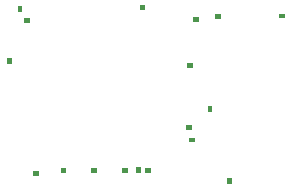
<source format=gbr>
%TF.GenerationSoftware,Altium Limited,Altium Designer,20.2.5 (213)*%
G04 Layer_Color=8388736*
%FSLAX26Y26*%
%MOIN*%
%TF.SameCoordinates,0FE6C2C3-B7F4-45EC-A48D-0F423D7CACB9*%
%TF.FilePolarity,Positive*%
%TF.FileFunction,Other,Mechanical_26*%
%TF.Part,Single*%
G01*
G75*
G36*
X2300870Y2133160D02*
X2285130D01*
Y2152840D01*
X2300870D01*
Y2133160D01*
D02*
G37*
G36*
X1893870Y2129160D02*
X1878130D01*
Y2148840D01*
X1893870D01*
Y2129160D01*
D02*
G37*
G36*
X1919840Y2092130D02*
X1900160D01*
Y2107870D01*
X1919840D01*
Y2092130D01*
D02*
G37*
G36*
X1857870Y1956160D02*
X1842130D01*
Y1975840D01*
X1857870D01*
Y1956160D01*
D02*
G37*
G36*
X2245034Y1592130D02*
X2225354D01*
Y1607870D01*
X2245034D01*
Y1592130D01*
D02*
G37*
G36*
X2142670D02*
X2122990D01*
Y1607870D01*
X2142670D01*
Y1592130D01*
D02*
G37*
G36*
X2040308D02*
X2020628D01*
Y1607870D01*
X2040308D01*
Y1592130D01*
D02*
G37*
G36*
X2287870Y1590160D02*
X2272130D01*
Y1609840D01*
X2287870D01*
Y1590160D01*
D02*
G37*
G36*
X1949840Y1581130D02*
X1930160D01*
Y1596870D01*
X1949840D01*
Y1581130D01*
D02*
G37*
G36*
X2458840Y1736130D02*
X2439160D01*
Y1751870D01*
X2458840D01*
Y1736130D01*
D02*
G37*
G36*
X2468840Y1693130D02*
X2449160D01*
Y1708870D01*
X2468840D01*
Y1693130D01*
D02*
G37*
G36*
X2321806Y1592130D02*
X2302126D01*
Y1607870D01*
X2321806D01*
Y1592130D01*
D02*
G37*
G36*
X2590870Y1556160D02*
Y1575840D01*
X2575130D01*
Y1556160D01*
X2590870D01*
D02*
G37*
G36*
X2526327Y1794451D02*
Y1814131D01*
X2510587D01*
Y1794451D01*
X2526327D01*
D02*
G37*
G36*
X2442160Y1956870D02*
X2461840D01*
Y1941130D01*
X2442160D01*
Y1956870D01*
D02*
G37*
G36*
X2480840Y2110870D02*
X2461160D01*
Y2095130D01*
X2480840D01*
Y2110870D01*
D02*
G37*
G36*
X2556840Y2119870D02*
X2537160D01*
Y2104130D01*
X2556840D01*
Y2119870D01*
D02*
G37*
G36*
X2769840Y2107130D02*
X2750160D01*
Y2122870D01*
X2769840D01*
Y2107130D01*
D02*
G37*
%TF.MD5,ca2006ed7722fc19a80a18ec07b1cf9c*%
M02*

</source>
